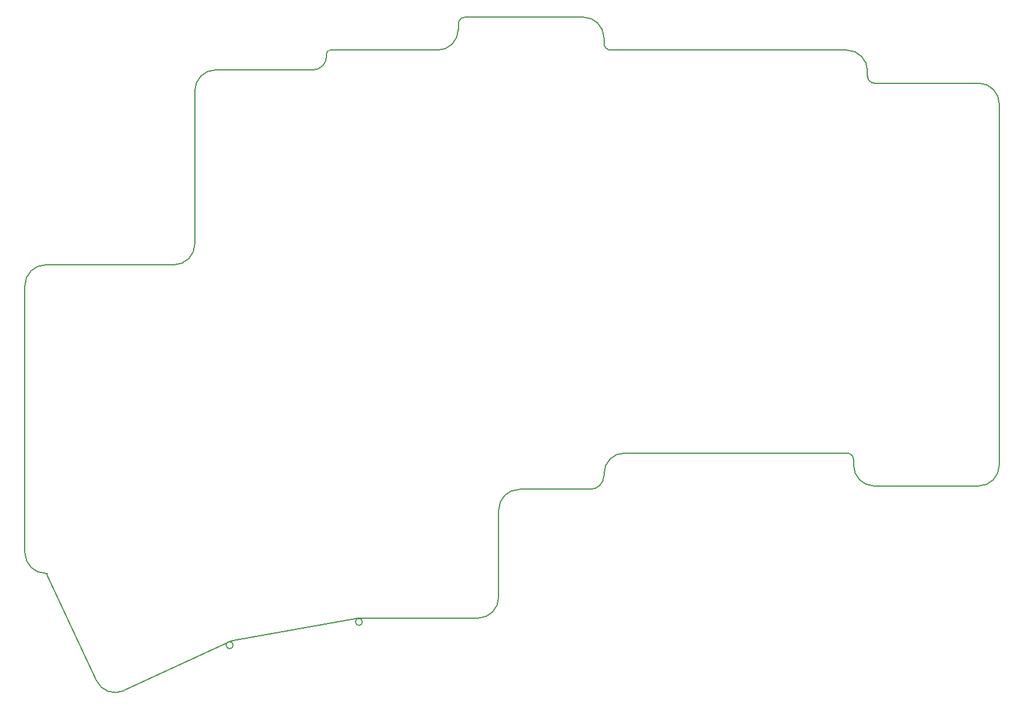
<source format=gbr>
%TF.GenerationSoftware,KiCad,Pcbnew,7.0.9*%
%TF.CreationDate,2024-08-18T04:48:34-07:00*%
%TF.ProjectId,right,72696768-742e-46b6-9963-61645f706362,v1.0.0*%
%TF.SameCoordinates,Original*%
%TF.FileFunction,Profile,NP*%
%FSLAX46Y46*%
G04 Gerber Fmt 4.6, Leading zero omitted, Abs format (unit mm)*
G04 Created by KiCad (PCBNEW 7.0.9) date 2024-08-18 04:48:34*
%MOMM*%
%LPD*%
G01*
G04 APERTURE LIST*
%TA.AperFunction,Profile*%
%ADD10C,0.150000*%
%TD*%
G04 APERTURE END LIST*
D10*
X168990400Y-101925100D02*
X182990400Y-101925100D01*
X165990400Y-127025100D02*
X165990400Y-104925100D01*
X144732902Y-174525100D02*
X144490400Y-174525100D01*
X141490400Y-171525100D02*
X141490400Y-133025100D01*
X144490400Y-130025100D02*
X162990400Y-130025100D01*
X185490400Y-99067600D02*
X200990400Y-99067600D01*
X184990400Y-99567600D02*
X184990400Y-99925100D01*
X224990400Y-98067600D02*
X224990400Y-97305100D01*
X221990400Y-94305100D02*
X204990400Y-94305100D01*
X203990400Y-95305100D02*
X203990400Y-96067600D01*
X224990400Y-160167600D02*
X224990400Y-160405100D01*
X212800400Y-162405100D02*
X222990400Y-162405100D01*
X225990400Y-99067600D02*
X259990400Y-99067600D01*
X227990400Y-157167600D02*
X259990400Y-157167600D01*
X262990400Y-102830100D02*
X262990400Y-102067600D01*
X281990400Y-158930100D02*
X281990400Y-106830100D01*
X263990400Y-103830100D02*
X278990400Y-103830100D01*
X263990400Y-161930100D02*
X278990400Y-161930100D01*
X260990400Y-158167600D02*
X260990400Y-158930100D01*
X190079423Y-180980100D02*
X206800400Y-180980100D01*
X209800400Y-177980100D02*
X209800400Y-165405100D01*
X171547837Y-184201439D02*
X189558479Y-181025677D01*
X155785666Y-191438670D02*
X170800927Y-184436939D01*
X144732902Y-174525100D02*
X144614377Y-174580369D01*
X144614377Y-174580369D02*
X151798888Y-189987601D01*
X200990400Y-99067600D02*
G75*
G03*
X203990400Y-96067600I0J3000000D01*
G01*
X224990400Y-97305100D02*
G75*
G03*
X221990400Y-94305100I-3000000J0D01*
G01*
X262990400Y-102067600D02*
G75*
G03*
X259990400Y-99067600I-3000000J0D01*
G01*
X281990400Y-106830100D02*
G75*
G03*
X278990400Y-103830100I-3000000J0D01*
G01*
X278990400Y-161930100D02*
G75*
G03*
X281990400Y-158930100I0J3000000D01*
G01*
X260990400Y-158930100D02*
G75*
G03*
X263990400Y-161930100I3000000J0D01*
G01*
X227990400Y-157167600D02*
G75*
G03*
X224990400Y-160167600I0J-3000000D01*
G01*
X212800400Y-162405100D02*
G75*
G03*
X209800400Y-165405100I0J-3000000D01*
G01*
X206800400Y-180980100D02*
G75*
G03*
X209800400Y-177980100I0J3000000D01*
G01*
X190079423Y-180980101D02*
G75*
G03*
X189558479Y-181025678I0J-2999999D01*
G01*
X171547837Y-184201440D02*
G75*
G03*
X170800927Y-184436940I520945J-2954422D01*
G01*
X151798889Y-189987601D02*
G75*
G03*
X155785666Y-191438668I2718922J1267855D01*
G01*
X141490400Y-171525100D02*
G75*
G03*
X144490400Y-174525100I3000000J0D01*
G01*
X144490400Y-130025100D02*
G75*
G03*
X141490400Y-133025100I0J-3000000D01*
G01*
X162990400Y-130025100D02*
G75*
G03*
X165990400Y-127025100I0J3000000D01*
G01*
X168990400Y-101925100D02*
G75*
G03*
X165990400Y-104925100I0J-3000000D01*
G01*
X182990400Y-101925100D02*
G75*
G03*
X184990400Y-99925100I0J2000000D01*
G01*
X222990400Y-162405100D02*
G75*
G03*
X224990400Y-160405100I0J2000000D01*
G01*
X204990400Y-94305100D02*
G75*
G03*
X203990400Y-95305100I0J-1000000D01*
G01*
X224990400Y-98067600D02*
G75*
G03*
X225990400Y-99067600I1000000J0D01*
G01*
X262990400Y-102830100D02*
G75*
G03*
X263990400Y-103830100I1000000J0D01*
G01*
X260990400Y-158167600D02*
G75*
G03*
X259990400Y-157167600I-1000000J0D01*
G01*
X185490400Y-99067600D02*
G75*
G03*
X184990400Y-99567600I0J-500000D01*
G01*
X190145303Y-181518081D02*
G75*
G03*
X190145303Y-181518081I-500000J0D01*
G01*
X171512236Y-184890093D02*
G75*
G03*
X171512236Y-184890093I-500000J0D01*
G01*
M02*

</source>
